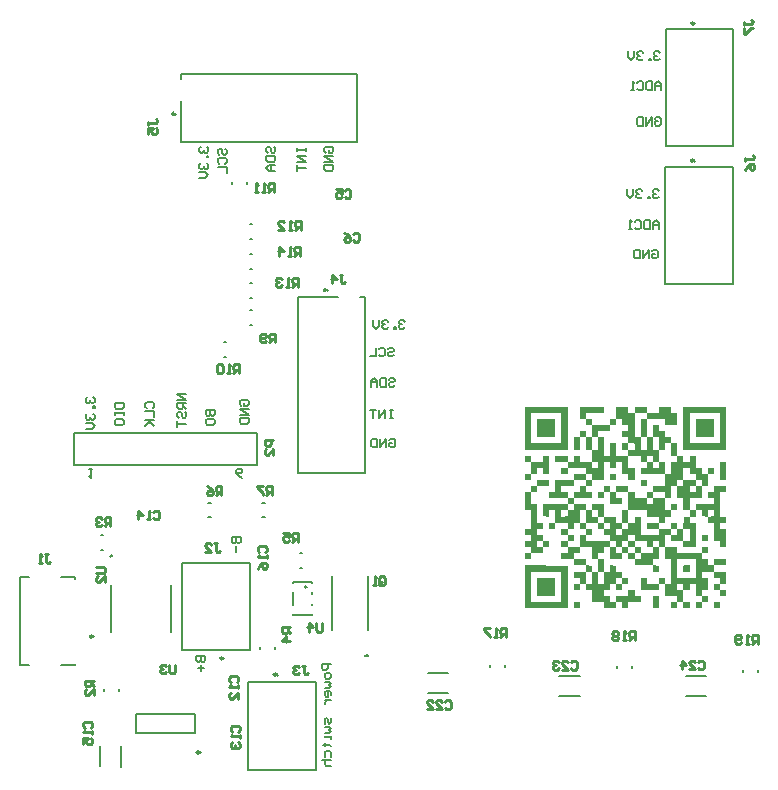
<source format=gbo>
%FSLAX23Y23*%
%MOIN*%
%SFA1B1*%

%IPPOS*%
%ADD10C,0.009840*%
%ADD12C,0.007870*%
%ADD13C,0.010000*%
%ADD14C,0.005000*%
%ADD15C,0.006000*%
%LNmtb_telemetry_system_pcb-1*%
%LPD*%
G36*
X5956Y3175D02*
X5995Y3175D01*
X5996Y3175*
X5996Y3174*
X5996Y3174*
X5996Y3154*
X5996Y3154*
X5997Y3154*
X6016Y3154*
X6016Y3138*
Y3138*
X6016Y3114*
X5976Y3114*
X5975Y3114*
X5975Y3114*
X5975Y3115*
X5975Y3134*
X5975Y3134*
X5914Y3134*
X5914Y3154*
X5874Y3154*
X5874Y3174*
X5874Y3175*
X5874Y3175*
X5875Y3175*
X5914Y3175*
X5914Y3175*
X5914Y3154*
X5955Y3154*
X5955Y3155*
X5955Y3175*
X5956Y3175*
X5956Y3175*
G37*
G36*
X5692D02*
X5771Y3175D01*
X5772Y3174*
X5772Y3154*
X5771Y3154*
X5771Y3154*
X5711Y3154*
X5711Y3154*
X5711Y3134*
X5731Y3134*
X5731Y3114*
X5737*
X5792Y3114*
X5792Y3094*
X5792Y3094*
X5792Y3093*
X5752Y3093*
X5751Y3073*
X5770Y3073*
X5771Y3073*
X5771Y3073*
X5772Y3073*
X5772Y3073*
X5772Y3012*
X5792Y3012*
X5792Y3012*
X5792Y3013*
X5792Y3052*
X5792Y3052*
X5792Y3053*
X5812Y3053*
X5813Y3052*
X5813Y3052*
X5813Y3012*
X5813Y3012*
X5853Y3012*
X5853Y2971*
X5854Y2971*
X5854Y2971*
X5873Y2971*
X5874Y2971*
X5874Y2931*
X5873Y2931*
X5853Y2931*
X5853Y2951*
X5853Y2951*
X5833Y2951*
X5833Y2991*
X5832Y2992*
X5832Y2992*
X5813Y2992*
X5813Y2991*
X5813Y2972*
X5812Y2971*
X5812Y2971*
X5811Y2971*
X5793Y2971*
X5792Y2971*
X5792Y2972*
X5792Y2972*
X5792Y2991*
X5792Y2991*
X5792Y2992*
X5791Y2992*
X5773Y2992*
X5772Y2992*
X5772Y2991*
X5772Y2931*
X5731Y2931*
X5731Y2951*
X5731Y2951*
X5711Y2951*
X5711Y2971*
X5711Y2971*
X5710Y2971*
X5650Y2971*
X5650Y2992*
X5609Y2992*
X5609Y2992*
X5609Y2993*
X5609Y2993*
X5609Y3011*
X5609Y3012*
X5609Y3012*
X5650Y3012*
X5650Y2992*
X5670Y2992*
X5670Y2992*
X5670Y3012*
X5690Y3012*
X5690Y3011*
X5690Y2992*
X5691Y2992*
X5691Y2992*
X5731Y2991*
X5731Y2971*
X5732Y2971*
X5732Y2971*
X5751Y2971*
X5751Y2971*
X5751Y2991*
X5751Y2992*
X5750Y2992*
X5731Y2992*
X5731Y3032*
X5711Y3032*
X5711Y3033*
X5711Y3073*
X5690Y3073*
X5690Y3032*
X5670Y3032*
X5670Y3032*
X5670Y3073*
X5670Y3073*
X5672Y3073*
X5690Y3073*
X5690Y3093*
X5691Y3093*
X5691Y3093*
X5692Y3093*
X5710Y3093*
X5711Y3093*
X5711Y3093*
X5711Y3092*
X5711Y3073*
X5731Y3073*
X5731Y3114*
X5711Y3114*
X5711Y3114*
X5711Y3134*
X5691Y3134*
X5690Y3135*
X5690Y3135*
X5690Y3174*
X5691Y3175*
X5691Y3175*
X5692Y3175*
G37*
G36*
X5813Y3134D02*
X5813Y3114D01*
X5812Y3114*
X5800*
X5792Y3114*
X5792Y3134*
X5792Y3134*
X5813Y3134*
G37*
G36*
X5814Y3175D02*
X5853Y3175D01*
X5853Y3174*
X5853Y3154*
X5854Y3154*
X5854Y3154*
X5874Y3154*
X5874Y3073*
X5874Y3073*
X5874Y3073*
X5875Y3073*
X5894Y3073*
X5894Y3133*
X5894Y3134*
X5894Y3134*
X5914Y3134*
X5914Y3073*
X5935Y3073*
X5935Y3114*
X5955Y3114*
X5955Y3113*
X5955Y3093*
X5956Y3093*
X5975Y3093*
X5975Y3093*
X5975Y3093*
X5975Y3073*
X5975Y3073*
X5976Y3073*
X5977Y3073*
X5995Y3073*
X5995Y3073*
X5996Y3073*
X5996Y3072*
X5996Y3072*
X5996Y3053*
X6016Y3053*
X6016Y3012*
X6036Y3012*
X6036Y2992*
X6037Y2992*
X6057Y2992*
X6057Y2992*
X6057Y3012*
X6077Y3012*
X6077Y3012*
X6077Y3011*
X6077Y2972*
X6077Y2972*
X6077Y2971*
X6078Y2971*
X6078Y2971*
X6097Y2971*
X6097Y2971*
X6097Y2951*
X6098Y2951*
X6118Y2951*
X6118Y2910*
X6117Y2910*
X6097Y2910*
X6097Y2930*
X6077Y2931*
X6077Y2910*
X6097Y2910*
X6097Y2870*
X6097Y2870*
X6097Y2869*
X6096Y2870*
X6057Y2869*
X6057Y2829*
X6077Y2829*
X6077Y2829*
X6077Y2849*
X6077Y2849*
X6138Y2849*
X6138Y2869*
X6138Y2870*
X6118Y2869*
X6118Y2870*
X6118Y2890*
X6119Y2890*
X6119Y2890*
X6137Y2890*
X6138Y2890*
X6138Y2890*
X6138Y2910*
X6179Y2910*
X6179Y2910*
X6179Y2908*
X6179Y2890*
X6179Y2890*
X6178Y2890*
X6178Y2890*
X6159Y2890*
X6159Y2890*
X6159Y2890*
X6158Y2889*
X6159Y2809*
X6158Y2809*
X6159Y2808*
X6178Y2808*
X6179Y2808*
X6179Y2808*
X6179Y2807*
X6179Y2788*
X6179Y2788*
X6178Y2788*
X6177Y2788*
X6160Y2788*
X6159Y2788*
X6159Y2788*
X6158Y2787*
X6159Y2768*
X6158Y2768*
X6159Y2768*
X6179Y2768*
X6179Y2767*
X6179Y2766*
X6179Y2707*
X6179Y2707*
X6178Y2707*
X6159Y2707*
X6158Y2707*
X6159Y2708*
X6158Y2727*
X6138Y2727*
X6138Y2727*
X6138Y2788*
X6137Y2788*
X6137Y2788*
X6136Y2788*
X6118Y2788*
X6118Y2788*
X6118Y2808*
X6098Y2809*
X6097Y2809*
X6097Y2829*
X6077Y2829*
X6077Y2810*
X6077Y2810*
X6077Y2809*
X6077Y2809*
X6077Y2808*
X6057Y2808*
X6057Y2829*
X6036Y2829*
X6036Y2869*
X6036Y2870*
X6016Y2869*
X6016Y2870*
X6016Y2910*
X5996Y2910*
X5996Y2910*
X5996Y2870*
X5996Y2870*
X5995Y2869*
X5975Y2870*
X5975Y2890*
X5975Y2890*
X5974Y2890*
X5935Y2890*
X5935Y2910*
X5975Y2910*
X5975Y2910*
X5975Y2951*
X5894Y2951*
X5894Y2952*
X5894Y2952*
X5894Y2953*
X5894Y2970*
X5894Y2971*
X5894Y2971*
X5895Y2971*
X5914Y2971*
X5914Y2971*
X5914Y2992*
X5894Y2992*
X5894Y2992*
X5894Y2993*
X5894Y2993*
X5894Y3012*
X5894Y3012*
X5853Y3012*
X5853Y3032*
X5833Y3032*
X5833Y3052*
X5833Y3053*
X5853Y3053*
X5853Y3032*
X5874Y3032*
X5874Y3033*
X5874Y3052*
X5873Y3053*
X5853Y3053*
X5853Y3073*
X5853Y3073*
X5852Y3073*
X5834Y3073*
X5833Y3073*
X5833Y3073*
X5833Y3093*
X5834Y3093*
X5842Y3093*
X5842*
X5853Y3093*
X5853Y3094*
X5853Y3114*
X5833Y3114*
X5833Y3114*
X5833Y3134*
X5813Y3134*
X5813Y3175*
X5813Y3175*
X5814Y3175*
G37*
G36*
X6038D02*
X6179Y3175D01*
X6179Y3175*
X6179Y3174*
X6179Y3174*
Y3137*
Y3137*
X6179Y3033*
X6179Y3032*
X6036Y3032*
X6036Y3174*
X6037Y3175*
X6037Y3175*
X6038Y3175*
G37*
G36*
X5508D02*
X5649Y3175D01*
X5650Y3174*
X5650Y3032*
X5539Y3032*
X5539*
X5507Y3032*
X5507Y3033*
X5507Y3033*
X5507Y3174*
X5507Y3175*
X5508Y3175*
X5508Y3175*
G37*
G36*
X6178Y2992D02*
X6179Y2991D01*
X6179Y2991*
X6179Y2990*
X6179Y2931*
X6179Y2931*
X6159Y2931*
X6158Y2931*
X6159Y2932*
X6158Y2991*
X6159Y2992*
X6159Y2992*
X6160Y2992*
X6178Y2992*
X6178Y2992*
G37*
G36*
X5589Y3012D02*
X5589Y3011D01*
X5589Y2951*
X5569Y2951*
X5568Y2951*
X5568Y2971*
X5568Y2971*
X5548Y2971*
X5548Y2971*
X5548Y2951*
X5528Y2951*
X5528Y2992*
X5507Y2992*
X5507Y2992*
X5507Y2993*
X5507Y3011*
X5508Y3012*
X5528Y3012*
X5528Y3011*
X5528Y3011*
X5528Y2992*
X5568Y2992*
X5568Y2992*
X5568Y3012*
X5587Y3012*
X5587*
X5589Y3012*
G37*
G36*
X6138Y2971D02*
X6138Y2971D01*
Y2952*
Y2952*
X6138Y2951*
X6118Y2951*
X6118Y2971*
X6118Y2971*
X6138Y2971*
G37*
G36*
X5650Y2971D02*
X5650Y2951D01*
X5630Y2951*
X5629Y2952*
Y2958*
Y2958*
X5629Y2971*
X5630Y2971*
X5650Y2971*
G37*
G36*
X5812Y2951D02*
X5813Y2950D01*
X5813Y2950*
X5813Y2931*
X5812Y2931*
X5792Y2931*
X5792Y2931*
X5792Y2932*
Y2939*
Y2940*
X5792Y2950*
X5792Y2951*
X5812Y2951*
G37*
G36*
X5528Y2951D02*
X5528Y2931D01*
X5527Y2931*
X5524*
X5507Y2931*
X5507Y2931*
X5507Y2932*
X5507Y2950*
X5508Y2951*
X5528Y2951*
G37*
G36*
X5914Y2930D02*
X5914Y2910D01*
X5914Y2910*
X5894Y2910*
X5894Y2911*
X5894Y2912*
X5894Y2912*
X5894Y2930*
X5894Y2930*
X5894Y2931*
X5912*
X5914Y2930*
G37*
G36*
X5711Y2931D02*
X5731Y2930D01*
X5731Y2910*
X5711Y2910*
X5711Y2931*
X5676*
X5670Y2931*
X5670Y2951*
X5711Y2951*
X5711Y2931*
G37*
G36*
X5589Y2930D02*
X5589Y2910D01*
X5588Y2910*
X5585*
X5548Y2910*
X5548Y2930*
X5588Y2931*
X5589Y2930*
G37*
G36*
X5792Y2910D02*
X5792Y2910D01*
X5792Y2909*
X5792Y2890*
X5813Y2890*
X5813Y2870*
X5813Y2869*
X5833Y2870*
X5833Y2869*
X5833Y2849*
X5825Y2849*
X5825*
X5792Y2849*
X5792Y2849*
X5792Y2851*
X5792Y2890*
X5772Y2890*
X5772Y2870*
X5771Y2869*
X5771Y2870*
X5752Y2869*
X5751Y2870*
X5752Y2890*
X5752Y2890*
X5753Y2890*
X5772Y2890*
X5772Y2910*
X5772Y2910*
X5792Y2910*
G37*
G36*
X5711D02*
X5711Y2890D01*
X5711Y2890*
X5712Y2890*
X5730Y2890*
X5731Y2890*
X5731Y2890*
X5731Y2890*
X5731Y2870*
X5731Y2869*
X5730Y2870*
X5670Y2870*
X5670Y2890*
X5670Y2890*
X5672Y2890*
X5689Y2890*
X5690Y2890*
X5690Y2890*
X5690Y2910*
X5691Y2910*
X5696*
X5711Y2910*
G37*
G36*
X5670Y2930D02*
X5670Y2910D01*
X5670Y2910*
X5629Y2910*
X5629Y2910*
X5629Y2890*
X5630Y2890*
X5631Y2890*
X5649Y2890*
X5649Y2890*
X5650Y2890*
X5650Y2870*
X5670Y2869*
X5670Y2849*
X5711Y2849*
X5711Y2848*
X5711Y2848*
X5711Y2829*
X5731Y2829*
X5731Y2809*
X5731Y2808*
X5751Y2808*
X5752Y2788*
X5772Y2788*
X5772Y2808*
X5751Y2808*
X5751Y2829*
X5731Y2829*
X5731Y2849*
X5731Y2849*
X5772Y2849*
X5772Y2849*
X5772Y2808*
X5812Y2808*
X5813Y2808*
X5813Y2808*
X5813Y2807*
X5813Y2788*
X5813Y2788*
X5814Y2788*
X5833Y2788*
X5833Y2829*
X5853Y2829*
X5853Y2788*
X5873Y2788*
X5874Y2788*
X5874Y2808*
X5874Y2808*
X5874Y2809*
X5875Y2808*
X5893Y2808*
X5894Y2808*
X5894Y2808*
X5894Y2807*
X5894Y2748*
X5894Y2748*
X5894Y2747*
X5955Y2747*
X5955Y2748*
X5955Y2768*
X5914Y2768*
X5914Y2788*
X5914Y2788*
X5915Y2788*
X5916Y2788*
X5916Y2788*
X5955Y2788*
X5955Y2808*
X5954Y2808*
X5915Y2808*
X5914Y2809*
X5914Y2829*
X5853Y2829*
X5853Y2890*
X5813Y2890*
X5813Y2910*
X5853Y2910*
X5853Y2910*
X5853Y2890*
X5873Y2890*
X5874Y2890*
X5874Y2870*
X5874Y2870*
X5874Y2869*
X5875Y2870*
X5914Y2869*
X5914Y2849*
X5934Y2849*
X5935Y2849*
X5935Y2870*
X5914Y2870*
X5914Y2890*
X5915Y2890*
X5916Y2890*
X5935Y2890*
X5935Y2870*
X5975Y2869*
X5975Y2829*
X5976Y2829*
X5996Y2829*
X5996Y2809*
X5995Y2808*
X5976Y2808*
X5975Y2808*
X5975Y2808*
X5975Y2807*
X5975Y2788*
X5975Y2788*
X5974Y2788*
X5955Y2788*
X5955Y2768*
X5996Y2768*
X5996Y2747*
X6016Y2747*
X6016Y2768*
X5996Y2768*
X5996Y2788*
X5996Y2788*
X5997Y2788*
X5998Y2788*
X6015Y2788*
X6016Y2788*
X6016Y2788*
X6016Y2768*
X6036Y2768*
X6036Y2727*
X6057Y2727*
X6057Y2727*
X6057Y2768*
X6056Y2768*
X6036Y2768*
X6037Y2808*
X6037Y2808*
X6057Y2808*
X6057Y2788*
X6057Y2788*
X6058Y2788*
X6076Y2788*
X6077Y2788*
X6077Y2788*
X6077Y2787*
X6077Y2787*
X6077Y2786*
X6077Y2708*
X6077Y2707*
X6077Y2707*
X6037Y2707*
X6036Y2707*
X6036Y2727*
X5996Y2727*
X5996Y2727*
X5996Y2747*
X5975Y2747*
X5975Y2747*
X5975Y2746*
X5975Y2707*
X6016Y2707*
X6016Y2706*
X6016Y2686*
X6017Y2686*
X6017Y2686*
X6097Y2686*
X6098Y2666*
X6118Y2666*
X6118Y2665*
X6118Y2646*
X6138Y2646*
X6138Y2625*
X6179Y2625*
X6179Y2625*
X6179Y2624*
X6179Y2585*
X6179Y2585*
X6178Y2585*
X6159Y2585*
X6158Y2605*
X6158Y2605*
X6157Y2605*
X6139Y2605*
X6139Y2605*
X6138Y2605*
X6138Y2625*
X6098Y2625*
X6097Y2625*
X6098Y2605*
X6098Y2605*
X6099Y2605*
X6099Y2605*
X6118Y2605*
X6118Y2605*
X6118Y2564*
X6098Y2564*
X6097Y2564*
X6097Y2544*
X6118Y2544*
X6118Y2524*
X6117Y2523*
X6097Y2524*
X6097Y2544*
X6077Y2544*
X6077Y2545*
X6077Y2545*
X6077Y2583*
X6077Y2584*
X6077Y2585*
X6057Y2584*
X6057Y2564*
X6057Y2564*
X6036Y2564*
X6036Y2584*
X6036Y2585*
X6016Y2584*
X6016Y2584*
X6016Y2564*
X6036Y2564*
X6036Y2523*
X6056Y2524*
X6057Y2523*
X6057Y2503*
X6056Y2503*
X6055Y2503*
X6037Y2503*
X6036Y2503*
X6036Y2523*
X6016Y2524*
X6016Y2544*
X5976Y2544*
X5975Y2545*
X5975Y2545*
X5975Y2585*
X5955Y2585*
X5955Y2605*
X5955Y2605*
X5957Y2605*
X5975Y2605*
X5975Y2605*
X5975Y2604*
X5975Y2585*
X5996Y2585*
X5996Y2585*
X5996Y2586*
X5996Y2665*
Y2665*
X5995Y2666*
X5975Y2666*
X5975Y2667*
X5975Y2667*
X5975Y2707*
X5955Y2707*
X5955Y2727*
X5935Y2727*
X5935Y2727*
X5935Y2707*
X5955Y2707*
X5955Y2666*
X5935Y2666*
X5935Y2666*
X5935Y2646*
X5955Y2645*
X5955Y2626*
X5955Y2625*
X5935Y2625*
X5935Y2626*
X5935Y2646*
X5874Y2646*
X5874Y2646*
X5874Y2666*
X5853Y2666*
X5853Y2666*
X5853Y2686*
X5833Y2686*
X5833Y2707*
X5813Y2707*
X5813Y2727*
X5812Y2727*
X5792Y2727*
X5792Y2707*
X5813Y2707*
X5813Y2686*
X5813Y2686*
X5814Y2686*
X5833Y2686*
X5833Y2666*
X5792Y2666*
X5792Y2666*
X5792Y2668*
X5792Y2707*
X5772Y2707*
X5772Y2706*
X5772Y2686*
X5771Y2686*
X5771Y2686*
X5752Y2686*
X5751Y2686*
X5752Y2666*
X5772Y2666*
X5772Y2666*
X5772Y2625*
X5792Y2625*
X5792Y2626*
X5792Y2627*
X5792Y2645*
X5792Y2645*
X5792Y2646*
X5812Y2645*
X5813Y2645*
X5813Y2645*
X5813Y2625*
X5813Y2625*
X5833Y2625*
X5833Y2605*
X5833Y2605*
X5853Y2605*
X5853Y2605*
X5853Y2585*
X5853Y2585*
X5833Y2585*
X5833Y2605*
X5813Y2605*
X5813Y2605*
X5813Y2585*
X5833Y2585*
X5833Y2564*
X5813Y2564*
X5813Y2565*
X5812Y2585*
X5792Y2584*
X5792Y2584*
X5792Y2583*
X5792Y2565*
X5792Y2565*
X5792Y2564*
X5772Y2564*
X5772Y2544*
X5772Y2544*
X5792Y2544*
X5792Y2543*
X5792Y2543*
X5792Y2524*
X5792Y2524*
X5792Y2523*
X5813Y2523*
X5813Y2504*
X5812Y2503*
X5812Y2503*
X5811Y2503*
X5772Y2503*
X5772Y2503*
X5772Y2523*
X5771Y2524*
X5771Y2523*
X5731Y2524*
X5731Y2524*
X5731Y2564*
X5711Y2564*
X5711Y2565*
X5711Y2585*
X5690Y2585*
X5690Y2605*
X5690Y2605*
X5689Y2605*
X5671Y2605*
X5670Y2605*
X5670Y2605*
X5670Y2625*
X5711Y2625*
X5711Y2585*
X5731Y2585*
X5731Y2625*
X5711Y2625*
X5711Y2646*
X5670Y2646*
X5670Y2666*
X5629Y2666*
X5629Y2667*
X5629Y2686*
X5630Y2686*
X5649Y2686*
X5650Y2687*
X5650Y2707*
X5630Y2707*
X5629Y2707*
X5629Y2727*
X5650Y2727*
X5650Y2707*
X5690Y2707*
X5690Y2746*
X5690Y2747*
X5691Y2747*
X5711Y2747*
X5711Y2727*
X5711Y2727*
X5792Y2727*
X5792Y2746*
X5792Y2746*
X5792Y2747*
X5792Y2747*
X5792Y2747*
X5772Y2747*
X5772Y2768*
X5752Y2768*
X5751Y2788*
X5751Y2788*
X5711Y2788*
X5711Y2768*
X5731Y2768*
X5731Y2768*
X5731Y2747*
X5711Y2747*
X5711Y2768*
X5691Y2768*
X5690Y2768*
X5690Y2769*
X5690Y2788*
X5672Y2788*
X5671Y2788*
X5671Y2788*
X5670Y2788*
X5670Y2788*
X5670Y2768*
X5650Y2768*
X5650Y2788*
X5649Y2788*
X5648Y2788*
X5609Y2788*
X5609Y2788*
X5609Y2769*
X5609Y2768*
X5609Y2768*
X5589Y2768*
X5589Y2768*
X5589Y2769*
X5589Y2788*
X5589Y2788*
X5589Y2788*
X5590Y2788*
X5590Y2788*
X5609Y2788*
X5609Y2828*
X5609Y2829*
X5589Y2829*
X5589Y2809*
X5588Y2808*
X5568Y2809*
X5568Y2849*
X5569Y2849*
X5650Y2849*
X5650Y2829*
X5670Y2829*
X5670Y2829*
X5670Y2849*
X5650Y2849*
X5650Y2870*
X5589Y2869*
X5589Y2870*
X5589Y2870*
X5589Y2871*
X5589Y2889*
X5589Y2890*
X5589Y2890*
X5590Y2890*
X5608Y2890*
X5609Y2890*
X5609Y2890*
X5609Y2891*
X5609Y2891*
X5609Y2930*
X5609Y2930*
X5609Y2931*
X5670Y2930*
G37*
G36*
X5548Y2910D02*
X5548Y2890D01*
X5547Y2890*
X5547Y2890*
X5528Y2890*
X5528Y2910*
X5528Y2910*
X5546*
X5548Y2910*
G37*
G36*
X6016Y2849D02*
X6016Y2829D01*
X6016Y2829*
X6003*
X5996Y2829*
X5996Y2849*
X5996Y2849*
X6016Y2849*
G37*
G36*
X6118Y2747D02*
X6118Y2742D01*
Y2742*
X6118Y2727*
X6098Y2727*
X6097Y2727*
X6098Y2747*
X6098Y2747*
X6118Y2747*
G37*
G36*
X5650Y2768D02*
X5650Y2747D01*
X5670Y2747*
X5670Y2747*
X5670Y2727*
X5670Y2727*
X5669*
X5650Y2727*
X5650Y2747*
X5629Y2747*
X5629Y2748*
X5629Y2768*
X5630Y2768*
X5650Y2768*
G37*
G36*
X5508Y2890D02*
X5528Y2890D01*
X5528Y2849*
X5548Y2849*
X5548Y2849*
X5548Y2788*
X5549Y2788*
X5549Y2788*
X5567Y2788*
X5568Y2788*
X5568Y2788*
X5568Y2768*
X5548Y2768*
X5548Y2767*
X5548Y2747*
X5568Y2747*
X5568Y2747*
X5568Y2727*
X5589Y2727*
X5589Y2726*
X5589Y2707*
X5588Y2707*
X5568Y2707*
X5568Y2727*
X5548Y2727*
X5548Y2707*
X5548Y2707*
X5568Y2707*
X5568Y2686*
X5568Y2686*
X5567Y2686*
X5528Y2686*
X5528Y2667*
X5528Y2666*
X5527Y2666*
X5507Y2666*
X5507Y2667*
X5507Y2667*
X5507Y2686*
X5507Y2686*
X5508Y2686*
X5528Y2686*
X5528Y2706*
X5528Y2707*
X5527Y2707*
X5526Y2707*
X5507Y2707*
X5507Y2707*
X5507Y2708*
X5507Y2727*
X5508Y2727*
X5528Y2727*
X5528Y2728*
X5528Y2728*
X5528Y2747*
X5527Y2747*
X5507Y2747*
X5507Y2748*
X5507Y2749*
X5507Y2767*
X5508Y2768*
X5528Y2768*
X5528Y2768*
X5528Y2769*
Y2772*
Y2772*
X5528Y2828*
X5527Y2829*
X5507Y2829*
X5507Y2829*
X5507Y2830*
X5507Y2889*
X5507Y2890*
X5508Y2890*
X5508Y2890*
G37*
G36*
X6099Y2707D02*
X6108D01*
X6117Y2707*
X6118Y2706*
X6118Y2686*
X6117Y2686*
X6117Y2686*
X6097Y2686*
X6098Y2707*
X6098Y2707*
X6099Y2707*
G37*
G36*
X6179Y2666D02*
X6179Y2666D01*
X6179Y2665*
X6179Y2665*
X6179Y2646*
X6179Y2646*
X6138Y2646*
X6138Y2666*
X6179Y2666*
X6179Y2666*
G37*
G36*
X5896Y2605D02*
X5914Y2605D01*
X5914Y2605*
X5914Y2585*
X5945Y2585*
X5946*
X5955Y2585*
X5955Y2564*
X5894Y2564*
X5894Y2565*
X5894Y2566*
X5894Y2603*
X5894Y2604*
X5894Y2604*
X5894Y2605*
X5895Y2605*
X5896Y2605*
G37*
G36*
X5690Y2585D02*
X5690Y2564D01*
X5670Y2564*
X5670Y2564*
X5670Y2584*
X5671Y2585*
X5682*
X5690Y2585*
G37*
G36*
X6159D02*
X6159Y2564D01*
X6179Y2564*
X6179Y2563*
X6179Y2563*
X6179Y2544*
X6179Y2544*
X6159Y2544*
X6158Y2545*
X6159Y2545*
X6158Y2564*
X6138Y2564*
X6138Y2576*
Y2576*
X6138Y2584*
X6139Y2585*
X6159Y2585*
G37*
G36*
X5874Y2564D02*
X5874Y2544D01*
X5874Y2544*
X5894Y2544*
X5894Y2543*
X5894Y2542*
X5894Y2524*
X5894Y2523*
X5854Y2524*
X5854*
X5853Y2523*
X5853Y2503*
X5853Y2503*
X5852Y2503*
X5833Y2503*
X5833Y2503*
X5833Y2523*
X5832Y2524*
X5832Y2523*
X5813Y2524*
X5813Y2544*
X5853Y2544*
X5853Y2544*
X5853Y2564*
X5873Y2564*
X5874Y2564*
G37*
G36*
X6139Y2523D02*
X6158Y2524D01*
X6158Y2523*
X6159Y2523*
X6158Y2503*
X6158Y2503*
X6157Y2503*
X6150*
X6138Y2503*
X6138Y2503*
X6138Y2523*
X6139Y2524*
X6139Y2523*
G37*
G36*
X6097Y2523D02*
X6097Y2504D01*
X6097Y2503*
X6097Y2503*
X6096Y2503*
X6093*
X6077Y2503*
X6077Y2503*
X6077Y2504*
X6077Y2505*
X6077Y2523*
X6077Y2523*
X6078Y2524*
X6097Y2523*
G37*
G36*
X5997Y2523D02*
X6009D01*
X6016Y2523*
X6016Y2503*
X6016Y2503*
X6014Y2503*
X5996Y2503*
X5996Y2503*
X5996Y2504*
X5996Y2523*
X5996Y2524*
X5997Y2523*
G37*
G36*
X5955Y2544D02*
X5955Y2503D01*
X5954Y2503*
X5954Y2503*
X5935Y2503*
X5935Y2503*
Y2516*
Y2516*
X5935Y2544*
X5955Y2544*
X5955Y2544*
G37*
G36*
X5671Y2523D02*
X5690Y2524D01*
X5690Y2523*
X5690Y2523*
X5690Y2503*
X5690Y2503*
X5689Y2503*
X5670Y2503*
X5670Y2503*
Y2509*
Y2510*
X5670Y2523*
X5671Y2524*
X5671Y2523*
G37*
G36*
X5650Y2645D02*
X5650Y2503D01*
X5650Y2503*
X5649Y2503*
X5648Y2503*
X5574*
X5508Y2503*
X5507Y2503*
X5507Y2504*
X5507Y2504*
X5507Y2645*
X5508Y2646*
X5650Y2645*
G37*
%LNmtb_telemetry_system_pcb-2*%
%LPC*%
G36*
X5751Y3073D02*
X5731Y3073D01*
X5731Y3032*
X5751Y3032*
X5751Y3042*
Y3042*
X5751Y3073*
G37*
G36*
X5914D02*
X5894Y3073D01*
X5894Y3034*
X5894Y3033*
X5894Y3033*
X5894Y3032*
X5894Y3032*
X5914Y3032*
X5914Y3046*
Y3046*
X5914Y3073*
G37*
G36*
X5954Y3073D02*
X5954Y3073D01*
X5935Y3073*
X5935Y3032*
X5955Y3032*
X5955Y2992*
X5975Y2992*
X5975Y2991*
X5975Y2991*
X5975Y2951*
X5996Y2951*
X5996Y2952*
X5996Y2952*
X5996Y2991*
X5996Y2992*
X5997Y2992*
X6016Y2992*
X6016Y3012*
X5996Y3012*
X5996Y3012*
X5996Y3053*
X5983*
X5975Y3053*
X5975Y3052*
X5975Y3052*
X5975Y3032*
X5975Y3032*
X5955Y3032*
X5955Y3073*
X5954Y3073*
G37*
G36*
X5914Y3012D02*
X5914Y3011D01*
X5914Y2992*
X5935Y2991*
X5935Y2971*
X5935Y2971*
X5936Y2971*
X5936*
X5955Y2971*
X5955Y2971*
X5955Y2992*
X5935Y2992*
X5935Y3012*
X5914Y3012*
G37*
G36*
X6056Y2971D02*
X6037Y2971D01*
X6036Y2971*
X6036Y2931*
X6077Y2931*
X6077Y2931*
Y2931*
X6077Y2950*
X6077Y2950*
X6077Y2951*
X6057Y2951*
X6057Y2971*
X6056Y2971*
G37*
G36*
X6036Y2931D02*
X6016Y2930D01*
X6016Y2930*
X6016Y2910*
X6036Y2910*
X6036Y2910*
Y2911*
Y2912*
X6036Y2931*
G37*
G36*
X6063Y2910D02*
X6063D01*
X6057Y2910*
X6057Y2890*
X6057Y2890*
X6058Y2890*
X6059Y2890*
X6076Y2890*
X6077Y2890*
X6077Y2890*
X6077Y2891*
X6077Y2891*
X6077Y2892*
X6077Y2910*
X6063Y2910*
G37*
G36*
X6118Y2829D02*
X6118Y2829D01*
Y2827*
Y2827*
X6118Y2808*
X6138Y2809*
X6138Y2809*
X6138Y2829*
X6118Y2829*
G37*
G36*
X6157Y3153D02*
X6149D01*
X6058Y3153*
X6058Y3153*
X6058Y3152*
X6058Y3054*
X6058Y3054*
X6059Y3054*
X6157Y3054*
X6157Y3054*
X6157Y3153*
X6157Y3153*
G37*
%LNmtb_telemetry_system_pcb-3*%
%LPD*%
G36*
X6138Y3134D02*
X6138Y3134D01*
Y3133*
Y3133*
X6138Y3073*
X6137Y3073*
X6137Y3073*
X6136Y3073*
X6078Y3073*
X6078Y3073*
X6077Y3073*
X6077Y3074*
X6077Y3075*
X6077Y3134*
X6077Y3134*
X6138Y3134*
G37*
%LNmtb_telemetry_system_pcb-4*%
%LPC*%
G36*
X5628Y3153D02*
X5529Y3153D01*
X5529Y3153*
Y3081*
Y3080*
X5529Y3054*
X5529Y3054*
X5530Y3054*
X5628Y3054*
X5628Y3054*
X5628Y3055*
X5628Y3153*
X5628Y3153*
G37*
%LNmtb_telemetry_system_pcb-5*%
%LPD*%
G36*
X5609Y3134D02*
X5609Y3133D01*
X5609Y3133*
X5609Y3132*
X5609Y3074*
X5609Y3073*
X5609Y3073*
X5608Y3073*
X5608Y3073*
X5607Y3073*
X5549Y3073*
X5548Y3073*
X5548Y3073*
X5548Y3134*
X5548Y3134*
X5578*
X5609Y3134*
G37*
%LNmtb_telemetry_system_pcb-6*%
%LPC*%
G36*
X5650Y2829D02*
X5629Y2829D01*
X5629Y2828*
X5629Y2809*
X5630Y2808*
X5650Y2809*
X5650Y2826*
Y2826*
X5650Y2829*
G37*
G36*
X5711D02*
X5691Y2829D01*
X5690Y2828*
X5690Y2828*
X5691Y2788*
X5711Y2788*
Y2817*
Y2817*
X5711Y2829*
G37*
G36*
X5792Y2788D02*
X5791Y2788D01*
X5790Y2788*
X5772Y2788*
X5772Y2768*
X5792Y2768*
X5792Y2768*
Y2769*
X5792Y2769*
X5792Y2769*
X5792Y2769*
X5792Y2787*
X5792Y2788*
X5792Y2788*
X5792Y2788*
G37*
G36*
X5841D02*
X5841D01*
X5833Y2788*
X5833Y2768*
X5853Y2768*
X5853Y2768*
X5853Y2788*
X5841Y2788*
G37*
G36*
X5813Y2768D02*
X5813D01*
X5813Y2768*
X5813Y2767*
X5813Y2748*
X5813Y2747*
X5833Y2747*
X5833Y2768*
X5813Y2768*
G37*
G36*
X5873Y2747D02*
X5853Y2747D01*
X5853Y2727*
X5874Y2727*
X5874Y2707*
X5894Y2707*
X5894Y2707*
X5894Y2706*
X5894Y2705*
X5894Y2686*
X5934Y2686*
X5934Y2686*
X5935Y2687*
X5935Y2707*
X5914Y2707*
X5914Y2707*
Y2711*
Y2711*
X5914Y2727*
X5874Y2727*
X5874Y2747*
X5873Y2747*
G37*
G36*
X5730Y2707D02*
X5730Y2707D01*
X5690Y2707*
X5690Y2686*
X5690Y2686*
X5689Y2686*
X5670Y2686*
X5670Y2666*
X5711Y2666*
X5711Y2665*
X5711Y2665*
X5711Y2646*
X5731Y2645*
X5731Y2625*
X5751Y2625*
X5752Y2585*
X5772Y2585*
X5772Y2585*
X5772Y2625*
X5751Y2625*
Y2644*
Y2644*
X5751Y2666*
X5731Y2666*
X5731Y2706*
X5730Y2707*
G37*
G36*
X5853Y2727D02*
X5833Y2727D01*
X5833Y2707*
X5846Y2707*
X5846*
X5853Y2707*
X5853Y2686*
X5874Y2686*
X5874Y2666*
X5894Y2666*
X5894Y2666*
X5894Y2668*
X5894Y2686*
X5874Y2686*
X5874Y2707*
X5853Y2707*
X5853Y2727*
G37*
G36*
X6077Y2666D02*
X6016Y2666D01*
X6016Y2666*
Y2630*
Y2630*
X6016Y2605*
X6017Y2605*
X6017Y2605*
X6018Y2605*
X6076Y2605*
X6077Y2605*
X6077Y2605*
X6077Y2606*
X6077Y2606*
X6077Y2607*
X6077Y2665*
X6077Y2665*
X6077Y2666*
G37*
%LNmtb_telemetry_system_pcb-7*%
%LPD*%
G36*
X6057Y2646D02*
X6057Y2645D01*
X6057Y2625*
X6056Y2625*
X6054*
X6036Y2625*
X6036Y2645*
X6037Y2646*
X6057Y2646*
G37*
%LNmtb_telemetry_system_pcb-8*%
%LPC*%
G36*
X5628Y2624D02*
X5529Y2624D01*
X5529Y2624*
X5529Y2525*
X5529Y2525*
X5628Y2525*
X5628Y2525*
X5628Y2525*
Y2585*
Y2585*
X5628Y2624*
X5628Y2624*
X5628Y2624*
G37*
%LNmtb_telemetry_system_pcb-9*%
%LPD*%
G36*
X5549Y2605D02*
X5609Y2605D01*
X5609Y2605*
X5609Y2604*
X5609Y2604*
X5609Y2603*
Y2553*
Y2552*
X5609Y2545*
X5609Y2544*
X5609Y2544*
X5548Y2544*
X5548Y2544*
X5548Y2605*
X5549Y2605*
X5549Y2605*
G37*
G54D10*
X4341Y4151D02*
D01*
D01*
G75*
G03X4332I-4J0D01*
G74*G01*
D01*
G75*
G03X4341I4J0D01*
G74*G01*
X4068Y2409D02*
D01*
D01*
G75*
G03X4059I-4J0D01*
G74*G01*
D01*
G75*
G03X4068I4J0D01*
G74*G01*
X4847Y3564D02*
D01*
D01*
G75*
G03X4838I-4J0D01*
G74*G01*
D01*
G75*
G03X4847I4J0D01*
G74*G01*
X4502Y2337D02*
D01*
D01*
G75*
G03X4493I-4J0D01*
G74*G01*
D01*
G75*
G03X4502I4J0D01*
G74*G01*
X4681Y2282D02*
D01*
D01*
G75*
G03X4671I-4J0D01*
G74*G01*
D01*
G75*
G03X4681I4J0D01*
G74*G01*
X6072Y4453D02*
D01*
D01*
G75*
G03X6063I-4J0D01*
G74*G01*
D01*
G75*
G03X6072I4J0D01*
G74*G01*
X4424Y2023D02*
D01*
D01*
G75*
G03X4414I-4J0D01*
G74*G01*
D01*
G75*
G03X4424I4J0D01*
G74*G01*
X6072Y3995D02*
D01*
D01*
G75*
G03X6062I-4J0D01*
G74*G01*
D01*
G75*
G03X6072I4J0D01*
G74*G01*
G54D12*
X4133Y2677D02*
D01*
D01*
G75*
G03X4125I-3J0D01*
G74*G01*
D01*
G75*
G03X4133I3J0D01*
G74*G01*
X4984Y2345D02*
D01*
D01*
G75*
G03X4976I-3J0D01*
G74*G01*
D01*
G75*
G03X4984I3J0D01*
G74*G01*
X4360Y4284D02*
X4947D01*
X4360Y4058D02*
Y4193D01*
Y4266D02*
Y4284D01*
Y4058D02*
X4947D01*
Y4284*
X6044Y2209D02*
X6113D01*
X6044Y2276D02*
X6113D01*
X3824Y2313D02*
Y2608D01*
X3824Y2608D02*
X3856D01*
X3962D02*
X4009D01*
Y2602D02*
Y2608D01*
X4009Y2313D02*
Y2318D01*
X3962Y2313D02*
X4009D01*
X3824Y2313D02*
X3856D01*
X4976Y2954D02*
Y3540D01*
X4750D02*
X4885D01*
X4958D02*
X4976D01*
X4750Y2954D02*
Y3540D01*
Y2954D02*
X4976D01*
X5184Y2221D02*
X5253D01*
X5184Y2288D02*
X5253D01*
X5623Y2209D02*
X5692D01*
X5623Y2276D02*
X5692D01*
X4590Y2364D02*
Y2655D01*
X4364D02*
X4590D01*
X4364Y2364D02*
Y2655D01*
Y2364D02*
X4590D01*
X4584Y1964D02*
Y2256D01*
Y1964D02*
X4810D01*
Y2256*
X4584D02*
X4810D01*
X4005Y3087D02*
X4616D01*
X4005Y2982D02*
Y3087D01*
Y2982D02*
X4616D01*
Y3087*
X4093Y1976D02*
Y2045D01*
X4160Y1975D02*
Y2044D01*
X4105Y2227D02*
Y2234D01*
X4154Y2227D02*
Y2234D01*
X5815Y2303D02*
Y2310D01*
X5864Y2303D02*
Y2310D01*
X5977Y4043D02*
Y4433D01*
Y4043D02*
X6203D01*
Y4433*
X5977D02*
X6203D01*
X6235Y2291D02*
Y2298D01*
X6284Y2291D02*
Y2298D01*
X4504Y3341D02*
X4511D01*
X4504Y3390D02*
X4511D01*
X4582Y3917D02*
Y3924D01*
X4533Y3917D02*
Y3924D01*
X4758Y2686D02*
X4765D01*
X4758Y2637D02*
X4765D01*
X4592Y3538D02*
X4599D01*
X4592Y3587D02*
X4599D01*
X4625Y2366D02*
Y2373D01*
X4674Y2366D02*
Y2373D01*
X4591Y3634D02*
X4598D01*
X4591Y3683D02*
X4598D01*
X4210Y2088D02*
Y2151D01*
X4407Y2088D02*
Y2151D01*
X4210D02*
X4407D01*
X4210Y2088D02*
X4407D01*
X5391Y2308D02*
Y2315D01*
X5440Y2308D02*
Y2315D01*
X4590Y3735D02*
X4597D01*
X4590Y3784D02*
X4597D01*
X4095Y2697D02*
X4102D01*
X4095Y2746D02*
X4102D01*
X4591Y3447D02*
X4598D01*
X4591Y3496D02*
X4598D01*
X4633Y2806D02*
X4641D01*
X4633Y2855D02*
X4641D01*
X4453Y2806D02*
X4461D01*
X4453Y2855D02*
X4461D01*
X5976Y3585D02*
Y3974D01*
Y3585D02*
X6203D01*
Y3974*
X5976D02*
X6203D01*
G54D13*
X5022Y2585D02*
Y2605D01*
X5027Y2609*
X5036*
X5041Y2605*
Y2585*
X5036Y2580*
X5027*
X5032Y2590D02*
X5022Y2580D01*
X5027D02*
X5022Y2585D01*
X5012Y2580D02*
X5002D01*
X5007*
Y2609*
X5012Y2605*
X4832Y2454D02*
Y2430D01*
X4827Y2425*
X4818*
X4813Y2430*
Y2454*
X4788Y2425D02*
Y2454D01*
X4803Y2440*
X4783*
X4342Y2315D02*
Y2291D01*
X4337Y2286*
X4328*
X4323Y2291*
Y2315*
X4313Y2311D02*
X4308Y2315D01*
X4298*
X4293Y2311*
Y2306*
X4298Y2301*
X4303*
X4298*
X4293Y2296*
Y2291*
X4298Y2286*
X4308*
X4313Y2291*
X4079Y2639D02*
X4104D01*
X4108Y2634*
Y2625*
X4104Y2620*
X4079*
X4108Y2590D02*
Y2610D01*
X4089Y2590*
X4084*
X4079Y2595*
Y2605*
X4084Y2610*
X6284Y2384D02*
Y2414D01*
X6269*
X6264Y2409*
Y2399*
X6269Y2394*
X6284*
X6274D02*
X6264Y2384D01*
X6254D02*
X6244D01*
X6249*
Y2414*
X6254Y2409*
X6229Y2389D02*
X6224Y2384D01*
X6214*
X6209Y2389*
Y2409*
X6214Y2414*
X6224*
X6229Y2409*
Y2404*
X6224Y2399*
X6209*
X5874Y2397D02*
Y2427D01*
X5859*
X5854Y2422*
Y2412*
X5859Y2407*
X5874*
X5864D02*
X5854Y2397D01*
X5844D02*
X5834D01*
X5839*
Y2427*
X5844Y2422*
X5819D02*
X5814Y2427D01*
X5804*
X5799Y2422*
Y2417*
X5804Y2412*
X5799Y2407*
Y2402*
X5804Y2397*
X5814*
X5819Y2402*
Y2407*
X5814Y2412*
X5819Y2417*
Y2422*
X5814Y2412D02*
X5804D01*
X5445Y2407D02*
Y2437D01*
X5430*
X5425Y2432*
Y2422*
X5430Y2417*
X5445*
X5435D02*
X5425Y2407D01*
X5415D02*
X5405D01*
X5410*
Y2437*
X5415Y2432*
X5390Y2437D02*
X5370D01*
Y2432*
X5390Y2412*
Y2407*
X4759Y3678D02*
Y3707D01*
X4744*
X4739Y3703*
Y3693*
X4744Y3688*
X4759*
X4749D02*
X4739Y3678D01*
X4729D02*
X4719D01*
X4724*
Y3707*
X4729Y3703*
X4689Y3678D02*
Y3707D01*
X4704Y3693*
X4684*
X4752Y3575D02*
Y3605D01*
X4737*
X4732Y3600*
Y3590*
X4737Y3585*
X4752*
X4742D02*
X4732Y3575D01*
X4722D02*
X4712D01*
X4717*
Y3605*
X4722Y3600*
X4697D02*
X4692Y3605D01*
X4682*
X4677Y3600*
Y3595*
X4682Y3590*
X4687*
X4682*
X4677Y3585*
Y3580*
X4682Y3575*
X4692*
X4697Y3580*
X4761Y3765D02*
Y3795D01*
X4746*
X4741Y3790*
Y3780*
X4746Y3775*
X4761*
X4751D02*
X4741Y3765D01*
X4731D02*
X4721D01*
X4726*
Y3795*
X4731Y3790*
X4686Y3765D02*
X4706D01*
X4686Y3785*
Y3790*
X4691Y3795*
X4701*
X4706Y3790*
X4673Y3890D02*
Y3920D01*
X4658*
X4653Y3915*
Y3905*
X4658Y3900*
X4673*
X4663D02*
X4653Y3890D01*
X4643D02*
X4633D01*
X4638*
Y3920*
X4643Y3915*
X4618Y3890D02*
X4608D01*
X4613*
Y3920*
X4618Y3915*
X4556Y3287D02*
Y3316D01*
X4541*
X4536Y3312*
Y3302*
X4541Y3297*
X4556*
X4546D02*
X4536Y3287D01*
X4526D02*
X4516D01*
X4521*
Y3316*
X4526Y3312*
X4501D02*
X4496Y3316D01*
X4486*
X4481Y3312*
Y3292*
X4486Y3287*
X4496*
X4501Y3292*
Y3312*
X4675Y3389D02*
Y3418D01*
X4661*
X4656Y3414*
Y3404*
X4661Y3399*
X4675*
X4666D02*
X4656Y3389D01*
X4646Y3394D02*
X4641Y3389D01*
X4631*
X4626Y3394*
Y3414*
X4631Y3418*
X4641*
X4646Y3414*
Y3409*
X4641Y3404*
X4626*
X4664Y2881D02*
Y2911D01*
X4650*
X4645Y2906*
Y2896*
X4650Y2891*
X4664*
X4654D02*
X4645Y2881D01*
X4635Y2911D02*
X4615D01*
Y2906*
X4635Y2886*
Y2881*
X4496Y2880D02*
Y2910D01*
X4482*
X4477Y2905*
Y2895*
X4482Y2890*
X4496*
X4487D02*
X4477Y2880D01*
X4447Y2910D02*
X4457Y2905D01*
X4467Y2895*
Y2885*
X4462Y2880*
X4452*
X4447Y2885*
Y2890*
X4452Y2895*
X4467*
X4751Y2725D02*
Y2755D01*
X4737*
X4732Y2750*
Y2740*
X4737Y2735*
X4751*
X4741D02*
X4732Y2725D01*
X4702Y2755D02*
X4722D01*
Y2740*
X4712Y2745*
X4707*
X4702Y2740*
Y2730*
X4707Y2725*
X4717*
X4722Y2730*
X4726Y2439D02*
X4697D01*
Y2425*
X4702Y2420*
X4712*
X4717Y2425*
Y2439*
Y2430D02*
X4726Y2420D01*
Y2395D02*
X4697D01*
X4712Y2410*
Y2390*
X4126Y2777D02*
Y2806D01*
X4112*
X4107Y2802*
Y2792*
X4112Y2787*
X4126*
X4116D02*
X4107Y2777D01*
X4097Y2802D02*
X4092Y2806D01*
X4082*
X4077Y2802*
Y2797*
X4082Y2792*
X4087*
X4082*
X4077Y2787*
Y2782*
X4082Y2777*
X4092*
X4097Y2782*
X4070Y2262D02*
X4041D01*
Y2248*
X4046Y2243*
X4056*
X4061Y2248*
Y2262*
Y2253D02*
X4070Y2243D01*
Y2213D02*
Y2233D01*
X4051Y2213*
X4046*
X4041Y2218*
Y2228*
X4046Y2233*
X4669Y3064D02*
X4640D01*
Y3050*
X4645Y3045*
X4655*
X4660Y3050*
Y3064*
X4669Y3015D02*
Y3035D01*
X4650Y3015*
X4645*
X4640Y3020*
Y3030*
X4645Y3035*
X6238Y4446D02*
Y4456D01*
Y4451*
X6263*
X6267Y4456*
Y4460*
X6263Y4465*
X6238Y4436D02*
Y4416D01*
X6243*
X6263Y4436*
X6267*
X6242Y3994D02*
Y4003D01*
Y3999*
X6267*
X6272Y4003*
Y4008*
X6267Y4013*
X6242Y3964D02*
X6247Y3974D01*
X6257Y3984*
X6267*
X6272Y3979*
Y3969*
X6267Y3964*
X6262*
X6257Y3969*
Y3984*
X4252Y4115D02*
Y4125D01*
Y4120*
X4277*
X4282Y4125*
Y4130*
X4277Y4135*
X4252Y4085D02*
Y4105D01*
X4267*
X4262Y4095*
Y4090*
X4267Y4085*
X4277*
X4282Y4090*
Y4100*
X4277Y4105*
X4890Y3615D02*
X4899D01*
X4895*
Y3591*
X4899Y3586*
X4904*
X4909Y3591*
X4865Y3586D02*
Y3615D01*
X4880Y3601*
X4860*
X4766Y2312D02*
X4775D01*
X4771*
Y2288*
X4775Y2283*
X4780*
X4785Y2288*
X4756Y2308D02*
X4751Y2312D01*
X4741*
X4736Y2308*
Y2303*
X4741Y2298*
X4746*
X4741*
X4736Y2293*
Y2288*
X4741Y2283*
X4751*
X4756Y2288*
X4473Y2719D02*
X4483D01*
X4478*
Y2694*
X4483Y2689*
X4487*
X4492Y2694*
X4443Y2689D02*
X4463D01*
X4443Y2709*
Y2714*
X4448Y2719*
X4458*
X4463Y2714*
X3907Y2683D02*
X3917D01*
X3912*
Y2658*
X3917Y2653*
X3921*
X3926Y2658*
X3897Y2653D02*
X3887D01*
X3892*
Y2683*
X3897Y2678*
X6084Y2324D02*
X6089Y2328D01*
X6099*
X6104Y2324*
Y2304*
X6099Y2299*
X6089*
X6084Y2304*
X6055Y2299D02*
X6075D01*
X6055Y2319*
Y2324*
X6060Y2328*
X6070*
X6075Y2324*
X6030Y2299D02*
Y2328D01*
X6045Y2314*
X6025*
X5660Y2323D02*
X5665Y2328D01*
X5675*
X5680Y2323*
Y2303*
X5675Y2298*
X5665*
X5660Y2303*
X5631Y2298D02*
X5651D01*
X5631Y2318*
Y2323*
X5636Y2328*
X5646*
X5651Y2323*
X5621D02*
X5616Y2328D01*
X5606*
X5601Y2323*
Y2318*
X5606Y2313*
X5611*
X5606*
X5601Y2308*
Y2303*
X5606Y2298*
X5616*
X5621Y2303*
X5240Y2191D02*
X5245Y2196D01*
X5255*
X5260Y2191*
Y2171*
X5255Y2166*
X5245*
X5240Y2171*
X5211Y2166D02*
X5231D01*
X5211Y2186*
Y2191*
X5216Y2196*
X5226*
X5231Y2191*
X5181Y2166D02*
X5201D01*
X5181Y2186*
Y2191*
X5186Y2196*
X5196*
X5201Y2191*
X4622Y2690D02*
X4617Y2695D01*
Y2705*
X4622Y2710*
X4642*
X4647Y2705*
Y2695*
X4642Y2690*
X4647Y2680D02*
Y2670D01*
Y2675*
X4617*
X4622Y2680*
X4617Y2635D02*
X4622Y2645D01*
X4632Y2655*
X4642*
X4647Y2650*
Y2640*
X4642Y2635*
X4637*
X4632Y2640*
Y2655*
X4040Y2104D02*
X4035Y2109D01*
Y2119*
X4040Y2124*
X4060*
X4064Y2119*
Y2109*
X4060Y2104*
X4064Y2094D02*
Y2084D01*
Y2089*
X4035*
X4040Y2094*
X4035Y2049D02*
Y2069D01*
X4050*
X4045Y2059*
Y2054*
X4050Y2049*
X4060*
X4064Y2054*
Y2064*
X4060Y2069*
X4269Y2824D02*
X4274Y2828D01*
X4284*
X4289Y2824*
Y2804*
X4284Y2799*
X4274*
X4269Y2804*
X4259Y2799D02*
X4249D01*
X4254*
Y2828*
X4259Y2824*
X4219Y2799D02*
Y2828D01*
X4234Y2814*
X4214*
X4533Y2091D02*
X4528Y2096D01*
Y2106*
X4533Y2111*
X4553*
X4557Y2106*
Y2096*
X4553Y2091*
X4557Y2081D02*
Y2071D01*
Y2076*
X4528*
X4533Y2081*
Y2056D02*
X4528Y2051D01*
Y2041*
X4533Y2036*
X4538*
X4543Y2041*
Y2046*
Y2041*
X4548Y2036*
X4553*
X4557Y2041*
Y2051*
X4553Y2056*
X4527Y2257D02*
X4522Y2262D01*
Y2272*
X4527Y2277*
X4547*
X4551Y2272*
Y2262*
X4547Y2257*
X4551Y2247D02*
Y2237D01*
Y2242*
X4522*
X4527Y2247*
X4551Y2202D02*
Y2222D01*
X4532Y2202*
X4527*
X4522Y2207*
Y2217*
X4527Y2222*
X4935Y3750D02*
X4940Y3755D01*
X4949*
X4954Y3750*
Y3730*
X4949Y3725*
X4940*
X4935Y3730*
X4905Y3755D02*
X4915Y3750D01*
X4925Y3740*
Y3730*
X4920Y3725*
X4910*
X4905Y3730*
Y3735*
X4910Y3740*
X4925*
X4907Y3895D02*
X4912Y3900D01*
X4921*
X4926Y3895*
Y3875*
X4921Y3870*
X4912*
X4907Y3875*
X4877Y3900D02*
X4897D01*
Y3885*
X4887Y3890*
X4882*
X4877Y3885*
Y3875*
X4882Y3870*
X4892*
X4897Y3875*
G54D14*
X4781Y2574D02*
D01*
D01*
G75*
G03X4774I-3J0D01*
G74*G01*
D01*
G75*
G03X4781I3J0D01*
G74*G01*
X4127Y2423D02*
Y2580D01*
X4328Y2423D02*
Y2580D01*
X4866Y2432D02*
Y2609D01*
X4985Y2432D02*
Y2609D01*
X4860Y2318D02*
X4830D01*
Y2303*
X4835Y2298*
X4845*
X4850Y2303*
Y2318*
X4860Y2283D02*
Y2273D01*
X4855Y2268*
X4845*
X4840Y2273*
Y2283*
X4845Y2288*
X4855*
X4860Y2283*
X4840Y2258D02*
X4855D01*
X4860Y2253*
X4855Y2248*
X4860Y2243*
X4855Y2238*
X4840*
X4860Y2213D02*
Y2223D01*
X4855Y2228*
X4845*
X4840Y2223*
Y2213*
X4845Y2208*
X4850*
Y2228*
X4840Y2198D02*
X4860D01*
X4850*
X4845Y2193*
X4840Y2188*
Y2183*
X4860Y2138D02*
Y2123D01*
X4855Y2118*
X4850Y2123*
Y2133*
X4845Y2138*
X4840Y2133*
Y2118*
Y2108D02*
X4855D01*
X4860Y2103*
X4855Y2098*
X4860Y2093*
X4855Y2088*
X4840*
X4860Y2078D02*
Y2068D01*
Y2073*
X4840*
Y2078*
X4835Y2048D02*
X4840D01*
Y2053*
Y2043*
Y2048*
X4855*
X4860Y2043*
X4840Y2008D02*
Y2023D01*
X4845Y2028*
X4855*
X4860Y2023*
Y2008*
X4830Y1998D02*
X4860D01*
X4845*
X4840Y1993*
Y1983*
X4845Y1978*
X4860*
X4413Y2345D02*
X4443D01*
Y2330*
X4438Y2325*
X4433*
X4428Y2330*
Y2345*
Y2330*
X4423Y2325*
X4418*
X4413Y2330*
Y2345*
X4428Y2315D02*
Y2295D01*
X4418Y2305D02*
X4438D01*
X4530Y2739D02*
X4560D01*
Y2724*
X4555Y2719*
X4550*
X4545Y2724*
Y2739*
Y2724*
X4540Y2719*
X4535*
X4530Y2724*
Y2739*
X4545Y2709D02*
Y2689D01*
X5954Y3767D02*
Y3786D01*
X5944Y3796*
X5934Y3786*
Y3767*
Y3782*
X5954*
X5924Y3796D02*
Y3767D01*
X5909*
X5904Y3772*
Y3791*
X5909Y3796*
X5924*
X5874Y3791D02*
X5879Y3796D01*
X5889*
X5894Y3791*
Y3772*
X5889Y3767*
X5879*
X5874Y3772*
X5864Y3767D02*
X5854D01*
X5859*
Y3796*
X5864Y3791*
X5963Y4230D02*
Y4249D01*
X5953Y4259*
X5943Y4249*
Y4230*
Y4245*
X5963*
X5933Y4259D02*
Y4230D01*
X5918*
X5913Y4235*
Y4254*
X5918Y4259*
X5933*
X5883Y4254D02*
X5888Y4259D01*
X5898*
X5903Y4254*
Y4235*
X5898Y4230*
X5888*
X5883Y4235*
X5873Y4230D02*
X5863D01*
X5868*
Y4259*
X5873Y4254*
X5954Y3894D02*
X5949Y3899D01*
X5939*
X5934Y3894*
Y3889*
X5939Y3884*
X5944*
X5939*
X5934Y3880*
Y3875*
X5939Y3870*
X5949*
X5954Y3875*
X5924Y3870D02*
Y3875D01*
X5919*
Y3870*
X5924*
X5899Y3894D02*
X5894Y3899D01*
X5884*
X5879Y3894*
Y3889*
X5884Y3884*
X5889*
X5884*
X5879Y3880*
Y3875*
X5884Y3870*
X5894*
X5899Y3875*
X5869Y3899D02*
Y3880D01*
X5859Y3870*
X5849Y3880*
Y3899*
X5958Y4354D02*
X5953Y4359D01*
X5943*
X5938Y4354*
Y4349*
X5943Y4345*
X5948*
X5943*
X5938Y4340*
Y4335*
X5943Y4330*
X5953*
X5958Y4335*
X5928Y4330D02*
Y4335D01*
X5923*
Y4330*
X5928*
X5903Y4354D02*
X5898Y4359D01*
X5888*
X5883Y4354*
Y4349*
X5888Y4345*
X5893*
X5888*
X5883Y4340*
Y4335*
X5888Y4330*
X5898*
X5903Y4335*
X5873Y4359D02*
Y4340D01*
X5863Y4330*
X5853Y4340*
Y4359*
X5930Y3693D02*
X5935Y3698D01*
X5945*
X5950Y3693*
Y3674*
X5945Y3669*
X5935*
X5930Y3674*
Y3684*
X5940*
X5920Y3669D02*
Y3698D01*
X5900Y3669*
Y3698*
X5890D02*
Y3669D01*
X5875*
X5870Y3674*
Y3693*
X5875Y3698*
X5890*
X5940Y4135D02*
X5945Y4140D01*
X5955*
X5960Y4135*
Y4116*
X5955Y4111*
X5945*
X5940Y4116*
Y4126*
X5950*
X5930Y4111D02*
Y4140D01*
X5910Y4111*
Y4140*
X5900D02*
Y4111D01*
X5885*
X5880Y4116*
Y4135*
X5885Y4140*
X5900*
X4049Y3207D02*
X4044Y3202D01*
Y3192*
X4049Y3187*
X4054*
X4059Y3192*
Y3197*
Y3192*
X4064Y3187*
X4069*
X4074Y3192*
Y3202*
X4069Y3207*
X4074Y3177D02*
X4069D01*
Y3172*
X4074*
Y3177*
X4049Y3152D02*
X4044Y3147D01*
Y3137*
X4049Y3132*
X4054*
X4059Y3137*
Y3142*
Y3137*
X4064Y3132*
X4069*
X4074Y3137*
Y3147*
X4069Y3152*
X4044Y3122D02*
X4064D01*
X4074Y3112*
X4064Y3102*
X4044*
X4140Y3188D02*
X4170D01*
Y3173*
X4165Y3168*
X4145*
X4140Y3173*
Y3188*
Y3158D02*
Y3148D01*
Y3153*
X4170*
Y3158*
Y3148*
X4140Y3118D02*
Y3128D01*
X4145Y3133*
X4165*
X4170Y3128*
Y3118*
X4165Y3113*
X4145*
X4140Y3118*
X4248Y3170D02*
X4243Y3175D01*
Y3185*
X4248Y3190*
X4268*
X4273Y3185*
Y3175*
X4268Y3170*
X4243Y3160D02*
X4273D01*
Y3140*
X4243Y3130D02*
X4273D01*
X4263*
X4243Y3110*
X4258Y3125*
X4273Y3110*
X4379Y3218D02*
X4349D01*
X4379Y3198*
X4349*
X4379Y3188D02*
X4349D01*
Y3173*
X4354Y3168*
X4364*
X4369Y3173*
Y3188*
Y3178D02*
X4379Y3168D01*
X4354Y3138D02*
X4349Y3143D01*
Y3153*
X4354Y3158*
X4359*
X4364Y3153*
Y3143*
X4369Y3138*
X4374*
X4379Y3143*
Y3153*
X4374Y3158*
X4349Y3128D02*
Y3108D01*
Y3118*
X4379*
X4444Y3164D02*
X4474D01*
Y3149*
X4469Y3144*
X4464*
X4459Y3149*
Y3164*
Y3149*
X4454Y3144*
X4449*
X4444Y3149*
Y3164*
X4449Y3134D02*
X4444Y3129D01*
Y3119*
X4449Y3114*
X4469*
X4474Y3119*
Y3129*
X4469Y3134*
X4449*
X4563Y3178D02*
X4558Y3183D01*
Y3193*
X4563Y3198*
X4583*
X4588Y3193*
Y3183*
X4583Y3178*
X4573*
Y3188*
X4588Y3168D02*
X4558D01*
X4588Y3148*
X4558*
Y3138D02*
X4588D01*
Y3123*
X4583Y3118*
X4563*
X4558Y3123*
Y3138*
X5051Y3367D02*
X5056Y3372D01*
X5066*
X5071Y3367*
Y3362*
X5066Y3358*
X5056*
X5051Y3353*
Y3348*
X5056Y3343*
X5066*
X5071Y3348*
X5021Y3367D02*
X5026Y3372D01*
X5036*
X5041Y3367*
Y3348*
X5036Y3343*
X5026*
X5021Y3348*
X5011Y3372D02*
Y3343D01*
X4991*
X5054Y3265D02*
X5059Y3270D01*
X5069*
X5074Y3265*
Y3260*
X5069Y3256*
X5059*
X5054Y3251*
Y3246*
X5059Y3241*
X5069*
X5074Y3246*
X5044Y3270D02*
Y3241D01*
X5029*
X5024Y3246*
Y3265*
X5029Y3270*
X5044*
X5014Y3241D02*
Y3260D01*
X5004Y3270*
X4994Y3260*
Y3241*
Y3256*
X5014*
X5068Y3165D02*
X5058D01*
X5063*
Y3136*
X5068*
X5058*
X5043D02*
Y3165D01*
X5023Y3136*
Y3165*
X5013D02*
X4993D01*
X5003*
Y3136*
X5056Y3063D02*
X5061Y3068D01*
X5071*
X5076Y3063*
Y3044*
X5071Y3039*
X5061*
X5056Y3044*
Y3053*
X5066*
X5046Y3039D02*
Y3068D01*
X5026Y3039*
Y3068*
X5016D02*
Y3039D01*
X5001*
X4996Y3044*
Y3063*
X5001Y3068*
X5016*
X5108Y3458D02*
X5103Y3463D01*
X5093*
X5088Y3458*
Y3453*
X5093Y3449*
X5098*
X5093*
X5088Y3444*
Y3439*
X5093Y3434*
X5103*
X5108Y3439*
X5078Y3434D02*
Y3439D01*
X5073*
Y3434*
X5078*
X5053Y3458D02*
X5048Y3463D01*
X5038*
X5033Y3458*
Y3453*
X5038Y3449*
X5043*
X5038*
X5033Y3444*
Y3439*
X5038Y3434*
X5048*
X5053Y3439*
X5023Y3463D02*
Y3444D01*
X5013Y3434*
X5003Y3444*
Y3463*
X4427Y4041D02*
X4422Y4036D01*
Y4026*
X4427Y4021*
X4432*
X4437Y4026*
Y4031*
Y4026*
X4442Y4021*
X4447*
X4452Y4026*
Y4036*
X4447Y4041*
X4452Y4011D02*
X4447D01*
Y4006*
X4452*
Y4011*
X4427Y3986D02*
X4422Y3981D01*
Y3971*
X4427Y3966*
X4432*
X4437Y3971*
Y3976*
Y3971*
X4442Y3966*
X4447*
X4452Y3971*
Y3981*
X4447Y3986*
X4422Y3956D02*
X4442D01*
X4452Y3946*
X4442Y3936*
X4422*
X4844Y4021D02*
X4839Y4026D01*
Y4036*
X4844Y4041*
X4864*
X4869Y4036*
Y4026*
X4864Y4021*
X4854*
Y4031*
X4869Y4011D02*
X4839D01*
X4869Y3991*
X4839*
Y3981D02*
X4869D01*
Y3966*
X4864Y3961*
X4844*
X4839Y3966*
Y3981*
X4747Y4037D02*
Y4027D01*
Y4032*
X4777*
Y4037*
Y4027*
Y4012D02*
X4747D01*
X4777Y3992*
X4747*
Y3982D02*
Y3962D01*
Y3972*
X4777*
X4650Y4021D02*
X4645Y4026D01*
Y4036*
X4650Y4041*
X4655*
X4660Y4036*
Y4026*
X4665Y4021*
X4670*
X4675Y4026*
Y4036*
X4670Y4041*
X4645Y4011D02*
X4675D01*
Y3996*
X4670Y3991*
X4650*
X4645Y3996*
Y4011*
X4675Y3981D02*
X4655D01*
X4645Y3971*
X4655Y3961*
X4675*
X4660*
Y3981*
X4489Y4015D02*
X4484Y4020D01*
Y4030*
X4489Y4035*
X4494*
X4499Y4030*
Y4020*
X4504Y4015*
X4509*
X4514Y4020*
Y4030*
X4509Y4035*
X4489Y3985D02*
X4484Y3990D01*
Y4000*
X4489Y4005*
X4509*
X4514Y4000*
Y3990*
X4509Y3985*
X4484Y3975D02*
X4514D01*
Y3955*
G54D15*
X4734Y2479D02*
X4798D01*
X4734Y2591D02*
X4798D01*
X4734Y2515D02*
Y2556D01*
X4798Y2552D02*
Y2556D01*
Y2515D02*
Y2518D01*
Y2587D02*
Y2591D01*
Y2479D02*
Y2483D01*
X4734Y2479D02*
Y2483D01*
Y2587D02*
Y2591D01*
X4056Y2968D02*
X4066D01*
X4061*
Y2938*
X4056Y2943*
X4566Y2938D02*
X4556Y2943D01*
X4546Y2953*
Y2963*
X4551Y2968*
X4561*
X4566Y2963*
Y2958*
X4561Y2953*
X4546*
M02*
</source>
